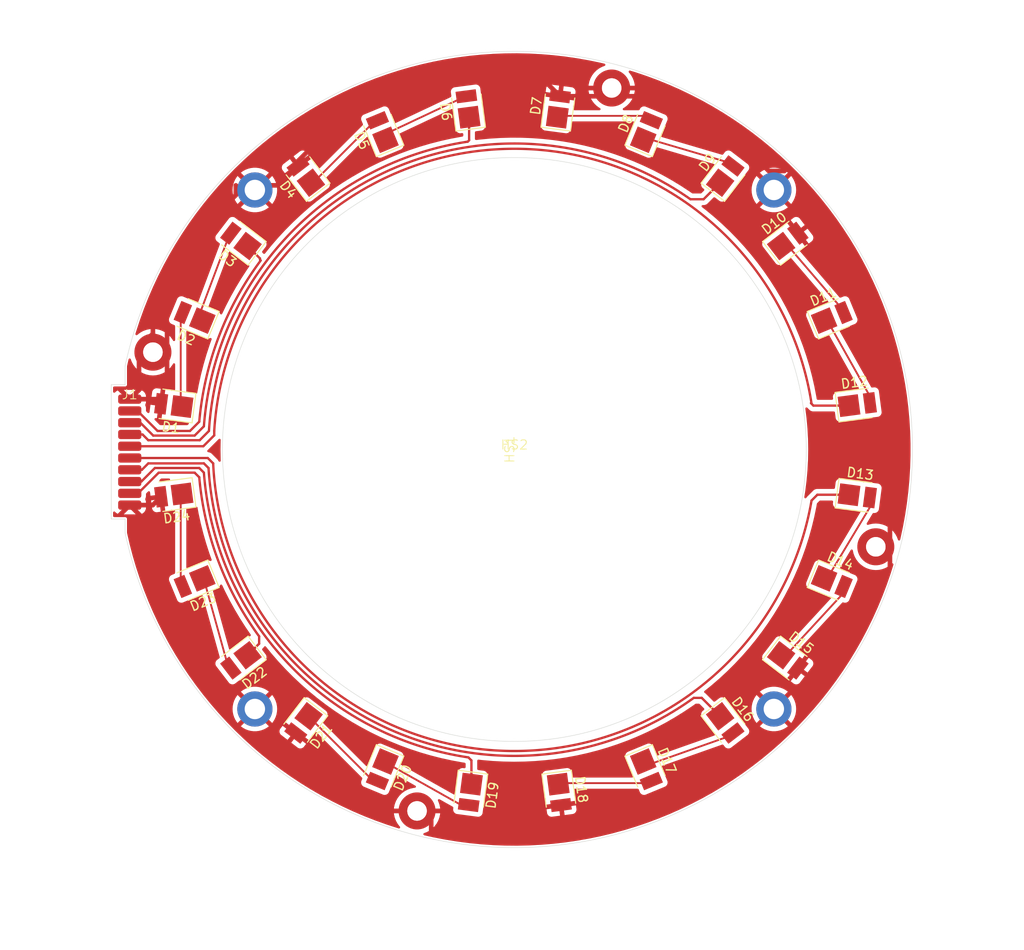
<source format=kicad_pcb>
(kicad_pcb (version 20240108) (generator "pcbnew") (generator_version "8.0")
  (layers (0 "F.Cu" signal) (31 "B.Cu" signal) (34 "B.Paste" user) (35 "F.Paste" user) (36 "B.SilkS" user "B.Silkscreen") (37 "F.SilkS" user "F.Silkscreen") (38 "B.Mask" user) (39 "F.Mask" user) (44 "Edge.Cuts" user))
  (net 0 "")
  (net 1 "/l1")
  (net 2 "/l2")
  (net 3 "+12V")
  (net 4 "/l3")
  (net 5 "/l4")
  (net 6 "/l5")
  (net 7 "/l6")
  (net 8 "/l7")
  (net 9 "/l8")
  (net 10 "Net-(D2-K)")
  (net 11 "Net-(D4-K)")
  (net 12 "Net-(D5-K)")
  (net 13 "Net-(D7-K)")
  (net 14 "Net-(D8-K)")
  (net 15 "Net-(D10-K)")
  (net 16 "Net-(D11-K)")
  (net 17 "Net-(D1-K)")
  (net 18 "Net-(D13-A)")
  (net 19 "Net-(D14-A)")
  (net 20 "Net-(D16-A)")
  (net 21 "Net-(D17-A)")
  (net 22 "Net-(D19-A)")
  (net 23 "Net-(D20-A)")
  (net 24 "Net-(D22-A)")
  (net 25 "Net-(D23-A)")
  (footprint "LED_SMD:LED_PLCC_2835" (layer "F.Cu") (at 184.25 114.25 -22.5)
    (property "Reference" "D14" (at -0.000001 -2.4 157.5) (layer "F.SilkS"))
    (property "Value" "LED")
    (fp_line (start -2.2 -1.6) (end -2.199999 1.6) (stroke (width 0.12)) (layer "F.SilkS"))
    (fp_line (start 1.4 1.6) (end -2.199999 1.6) (stroke (width 0.12)) (layer "F.SilkS"))
    (fp_line (start 1.4 -1.6) (end -2.2 -1.6) (stroke (width 0.12)) (layer "F.SilkS"))
    (pad "1" smd rect (at -0.9 0 337.5) (size 2.2 2.2) (layers "F.Cu" "F.Paste" "F.Mask") (net 18 "Net-(D13-A)"))
    (pad "2" smd rect (at 1.375 0 337.5) (size 1.25 2.2) (layers "F.Cu" "F.Paste" "F.Mask") (net 19 "Net-(D14-A)"))
  )
  (footprint "Mounting_Wuerth:Mounting_Wuerth_WA-SMSI-M1.6_H1.5mm_9774015633" (layer "F.Cu") (at 111 89.5)
    (property "Reference" "H4" (hide yes))
    (property "Value" "MountingHole")
    (pad "" np_thru_hole circle (at 0 0) (size 2.1 2.1) (drill 2.1) (layers "*.Cu" "*.Mask"))
    (pad "1" smd circle (at -1.525 0) (size 0.55 0.55) (layers "F.Cu") (net 3 "+12V"))
    (pad "1" smd circle (at 0 -1.525) (size 0.55 0.55) (layers "F.Cu") (net 3 "+12V"))
    (pad "1" smd circle (at 0 1.525) (size 0.55 0.55) (layers "F.Cu") (net 3 "+12V"))
    (pad "1" smd custom (at 1.525 0) (size 0.55 0.55) (layers "F.Cu" "F.Mask") (net 3 "+12V") (options (clearance outline) (anchor circle)) (primitives (gr_circle (center -1.525 0) (end 0 0) (width 0.95) (fill no))))
  )
  (footprint "LED_SMD:LED_PLCC_2835" (layer "F.Cu") (at 154.85031 137 -82.5)
    (property "Reference" "D18" (at -0.000001 -2.4 97.5) (layer "F.SilkS"))
    (property "Value" "LED")
    (fp_line (start 1.4 1.6) (end -2.2 1.6) (stroke (width 0.12)) (layer "F.SilkS"))
    (fp_line (start -2.2 -1.6) (end -2.2 1.6) (stroke (width 0.12)) (layer "F.SilkS"))
    (fp_line (start 1.4 -1.6) (end -2.2 -1.6) (stroke (width 0.12)) (layer "F.SilkS"))
    (pad "1" smd rect (at -0.9 0 277.5) (size 2.2 2.2) (layers "F.Cu" "F.Paste" "F.Mask") (net 21 "Net-(D17-A)"))
    (pad "2" smd rect (at 1.375 0 277.5) (size 1.25 2.2) (layers "F.Cu" "F.Paste" "F.Mask") (net 3 "+12V"))
  )
  (footprint "lens:filter" (layer "F.Cu") (at 150 100)
    (property "Reference" "HS2" (at 0 -0.5 0) (layer "F.SilkS") (effects (font (thickness 0.1))))
    (property "Value" "Heatsink")
  )
  (footprint "MountingHole:MountingHole_2.2mm_M2_ISO14580_Pad" (layer "F.Cu") (at 122 72)
    (property "Reference" "H5" (hide yes))
    (property "Value" "MountingHole_Pad")
    (pad "1" thru_hole circle (at 0 0) (size 3.8 3.8) (drill 2.2) (layers "*.Cu" "*.Mask") (net 3 "+12V"))
  )
  (footprint "LED_SMD:LED_PLCC_2835" (layer "F.Cu") (at 172.75 129.5 -52.5)
    (property "Reference" "D16" (at 0 -2.4 127.5) (layer "F.SilkS"))
    (property "Value" "LED")
    (fp_line (start 1.4 1.6) (end -2.2 1.6) (stroke (width 0.12)) (layer "F.SilkS"))
    (fp_line (start -2.2 -1.6) (end -2.2 1.6) (stroke (width 0.12)) (layer "F.SilkS"))
    (fp_line (start 1.399999 -1.6) (end -2.2 -1.6) (stroke (width 0.12)) (layer "F.SilkS"))
    (pad "1" smd rect (at -0.9 0 307.5) (size 2.2 2.2) (layers "F.Cu" "F.Paste" "F.Mask") (net 7 "/l6"))
    (pad "2" smd rect (at 1.375 0 307.5) (size 1.25 2.2) (layers "F.Cu" "F.Paste" "F.Mask") (net 20 "Net-(D16-A)"))
  )
  (footprint "MountingHole:MountingHole_2.2mm_M2_ISO14580_Pad" (layer "F.Cu") (at 122 128)
    (property "Reference" "H7" (hide yes))
    (property "Value" "MountingHole_Pad")
    (pad "1" thru_hole circle (at 0 0) (size 3.8 3.8) (drill 2.2) (layers "*.Cu" "*.Mask") (net 3 "+12V"))
  )
  (footprint "Mounting_Wuerth:Mounting_Wuerth_WA-SMSI-M1.6_H1.5mm_9774015633" (layer "F.Cu") (at 139.5 139)
    (property "Reference" "H3" (hide yes))
    (property "Value" "MountingHole")
    (pad "" np_thru_hole circle (at 0 0) (size 2.1 2.1) (drill 2.1) (layers "*.Cu" "*.Mask"))
    (pad "1" smd circle (at -1.525 0) (size 0.55 0.55) (layers "F.Cu") (net 3 "+12V"))
    (pad "1" smd circle (at 0 -1.525) (size 0.55 0.55) (layers "F.Cu") (net 3 "+12V"))
    (pad "1" smd circle (at 0 1.525) (size 0.55 0.55) (layers "F.Cu") (net 3 "+12V"))
    (pad "1" smd custom (at 1.525 0) (size 0.55 0.55) (layers "F.Cu" "F.Mask") (net 3 "+12V") (options (clearance outline) (anchor circle)) (primitives (gr_circle (center -1.525 0) (end 0 0) (width 0.95) (fill no))))
  )
  (footprint "Mounting_Wuerth:Mounting_Wuerth_WA-SMSI-M1.6_H1.5mm_9774015633" (layer "F.Cu") (at 189 110.5)
    (property "Reference" "H1" (hide yes))
    (property "Value" "MountingHole")
    (pad "" np_thru_hole circle (at 0 0) (size 2.1 2.1) (drill 2.1) (layers "*.Cu" "*.Mask"))
    (pad "1" smd circle (at -1.525 0) (size 0.55 0.55) (layers "F.Cu") (net 3 "+12V"))
    (pad "1" smd circle (at 0 -1.525) (size 0.55 0.55) (layers "F.Cu") (net 3 "+12V"))
    (pad "1" smd circle (at 0 1.525) (size 0.55 0.55) (layers "F.Cu") (net 3 "+12V"))
    (pad "1" smd custom (at 1.525 0) (size 0.55 0.55) (layers "F.Cu" "F.Mask") (net 3 "+12V") (options (clearance outline) (anchor circle)) (primitives (gr_circle (center -1.525 0) (end 0 0) (width 0.95) (fill no))))
  )
  (footprint "MountingHole:MountingHole_2.2mm_M2_ISO14580_Pad" (layer "F.Cu") (at 178 128)
    (property "Reference" "H8" (hide yes))
    (property "Value" "MountingHole_Pad")
    (pad "1" thru_hole circle (at 0 0) (size 3.8 3.8) (drill 2.2) (layers "*.Cu" "*.Mask") (net 3 "+12V"))
  )
  (footprint "LED_SMD:LED_PLCC_2835" (layer "F.Cu") (at 145.25 137 -97.5)
    (property "Reference" "D19" (at 0 -2.4 82.5) (layer "F.SilkS"))
    (property "Value" "LED")
    (fp_line (start 1.4 1.6) (end -2.2 1.6) (stroke (width 0.12)) (layer "F.SilkS"))
    (fp_line (start 1.4 -1.6) (end -2.2 -1.6) (stroke (width 0.12)) (layer "F.SilkS"))
    (fp_line (start -2.2 -1.6) (end -2.2 1.6) (stroke (width 0.12)) (layer "F.SilkS"))
    (pad "1" smd rect (at -0.9 0 262.5) (size 2.2 2.2) (layers "F.Cu" "F.Paste" "F.Mask") (net 8 "/l7"))
    (pad "2" smd rect (at 1.375 0 262.5) (size 1.25 2.2) (layers "F.Cu" "F.Paste" "F.Mask") (net 22 "Net-(D19-A)"))
  )
  (footprint "LED_SMD:LED_PLCC_2835" (layer "F.Cu") (at 187 95.14969 7.5)
    (property "Reference" "D12" (at -0.000001 -2.4 7.5) (layer "F.SilkS"))
    (property "Value" "LED")
    (fp_line (start -2.2 -1.6) (end -2.2 1.6) (stroke (width 0.12)) (layer "F.SilkS"))
    (fp_line (start 1.4 -1.6) (end -2.2 -1.6) (stroke (width 0.12)) (layer "F.SilkS"))
    (fp_line (start 1.4 1.6) (end -2.2 1.6) (stroke (width 0.12)) (layer "F.SilkS"))
    (pad "1" smd rect (at -0.9 0 7.5) (size 2.2 2.2) (layers "F.Cu" "F.Paste" "F.Mask") (net 5 "/l4"))
    (pad "2" smd rect (at 1.375 0 7.5) (size 1.25 2.2) (layers "F.Cu" "F.Paste" "F.Mask") (net 16 "Net-(D11-K)"))
  )
  (footprint "LED_SMD:LED_PLCC_2835" (layer "F.Cu") (at 154.75 63.25 82.5)
    (property "Reference" "D7" (at 0 -2.4 82.5) (layer "F.SilkS"))
    (property "Value" "LED")
    (fp_line (start -2.2 -1.6) (end -2.2 1.6) (stroke (width 0.12)) (layer "F.SilkS"))
    (fp_line (start 1.4 -1.6) (end -2.2 -1.6) (stroke (width 0.12)) (layer "F.SilkS"))
    (fp_line (start 1.4 1.6) (end -2.2 1.6) (stroke (width 0.12)) (layer "F.SilkS"))
    (pad "1" smd rect (at -0.9 0 82.5) (size 2.2 2.2) (layers "F.Cu" "F.Paste" "F.Mask") (net 13 "Net-(D7-K)"))
    (pad "2" smd rect (at 1.375 0 82.5) (size 1.25 2.2) (layers "F.Cu" "F.Paste" "F.Mask") (net 3 "+12V"))
  )
  (footprint "LED_SMD:LED_PLCC_2835" (layer "F.Cu") (at 164.25 65.75 67.5)
    (property "Reference" "D8" (at 0 -2.4 67.5) (layer "F.SilkS"))
    (property "Value" "LED")
    (fp_line (start -2.2 -1.6) (end -2.199999 1.6) (stroke (width 0.12)) (layer "F.SilkS"))
    (fp_line (start 1.4 -1.6) (end -2.2 -1.6) (stroke (width 0.12)) (layer "F.SilkS"))
    (fp_line (start 1.4 1.6) (end -2.199999 1.6) (stroke (width 0.12)) (layer "F.SilkS"))
    (pad "1" smd rect (at -0.9 0 67.5) (size 2.2 2.2) (layers "F.Cu" "F.Paste" "F.Mask") (net 14 "Net-(D8-K)"))
    (pad "2" smd rect (at 1.375 0 67.5) (size 1.25 2.2) (layers "F.Cu" "F.Paste" "F.Mask") (net 13 "Net-(D7-K)"))
  )
  (footprint "LED_SMD:LED_PLCC_2835" (layer "F.Cu") (at 120.5 122.75 -142.5)
    (property "Reference" "D22" (at 0 -2.4 37.5) (layer "F.SilkS"))
    (property "Value" "LED")
    (fp_line (start 1.4 1.6) (end -2.2 1.6) (stroke (width 0.12)) (layer "F.SilkS"))
    (fp_line (start 1.399999 -1.6) (end -2.2 -1.6) (stroke (width 0.12)) (layer "F.SilkS"))
    (fp_line (start -2.2 -1.6) (end -2.2 1.6) (stroke (width 0.12)) (layer "F.SilkS"))
    (pad "1" smd rect (at -0.9 0 217.5) (size 2.2 2.2) (layers "F.Cu" "F.Paste" "F.Mask") (net 9 "/l8"))
    (pad "2" smd rect (at 1.375 0 217.5) (size 1.25 2.2) (layers "F.Cu" "F.Paste" "F.Mask") (net 24 "Net-(D22-A)"))
  )
  (footprint "MountingHole:MountingHole_2.2mm_M2_ISO14580_Pad" (layer "F.Cu") (at 178 72)
    (property "Reference" "H6" (hide yes))
    (property "Value" "MountingHole_Pad")
    (pad "1" thru_hole circle (at 0 0) (size 3.8 3.8) (drill 2.2) (layers "*.Cu" "*.Mask") (net 3 "+12V"))
  )
  (footprint "LED_SMD:LED_PLCC_2835" (layer "F.Cu") (at 135.75 134.5 -112.5)
    (property "Reference" "D20" (at 0 -2.4 67.5) (layer "F.SilkS"))
    (property "Value" "LED")
    (fp_line (start 1.4 1.6) (end -2.199999 1.6) (stroke (width 0.12)) (layer "F.SilkS"))
    (fp_line (start 1.4 -1.6) (end -2.2 -1.6) (stroke (width 0.12)) (layer "F.SilkS"))
    (fp_line (start -2.2 -1.6) (end -2.199999 1.6) (stroke (width 0.12)) (layer "F.SilkS"))
    (pad "1" smd rect (at -0.9 0 247.5) (size 2.2 2.2) (layers "F.Cu" "F.Paste" "F.Mask") (net 22 "Net-(D19-A)"))
    (pad "2" smd rect (at 1.375 0 247.5) (size 1.25 2.2) (layers "F.Cu" "F.Paste" "F.Mask") (net 23 "Net-(D20-A)"))
  )
  (footprint "LED_SMD:LED_PLCC_2835" (layer "F.Cu") (at 127.25 129.5 -127.5)
    (property "Reference" "D21" (at 0 -2.4 52.5) (layer "F.SilkS"))
    (property "Value" "LED")
    (fp_line (start 1.399999 1.6) (end -2.2 1.6) (stroke (width 0.12)) (layer "F.SilkS"))
    (fp_line (start 1.4 -1.6) (end -2.2 -1.6) (stroke (width 0.12)) (layer "F.SilkS"))
    (fp_line (start -2.2 -1.6) (end -2.2 1.6) (stroke (width 0.12)) (layer "F.SilkS"))
    (pad "1" smd rect (at -0.9 0 232.5) (size 2.2 2.2) (layers "F.Cu" "F.Paste" "F.Mask") (net 23 "Net-(D20-A)"))
    (pad "2" smd rect (at 1.375 0 232.5) (size 1.25 2.2) (layers "F.Cu" "F.Paste" "F.Mask") (net 3 "+12V"))
  )
  (footprint "lens:lens" (layer "F.Cu") (at 150 100 90)
    (property "Reference" "HS1" (at 0 -0.5 90) (layer "F.SilkS") (effects (font (thickness 0.1))))
    (property "Value" "Heatsink_Pad")
  )
  (footprint "flatwiresolder:conn_01x10" (layer "F.Cu") (at 108.5 94.57)
    (property "Reference" "J1" (at 0 -0.5 0) (layer "F.SilkS") (effects (font (thickness 0.1))))
    (property "Value" "Conn_01x10_Socket")
    (pad "1" smd roundrect (at 0 0) (size 2.5 1) (layers "F.Cu" "F.Paste" "F.Mask") (net 3 "+12V"))
    (pad "2" smd roundrect (at 0 1.27) (size 2.5 1) (layers "F.Cu" "F.Paste" "F.Mask") (net 1 "/l1"))
    (pad "3" smd roundrect (at 0 2.54) (size 2.5 1) (layers "F.Cu" "F.Paste" "F.Mask") (net 2 "/l2"))
    (pad "4" smd roundrect (at 0 3.81) (size 2.5 1) (layers "F.Cu" "F.Paste" "F.Mask") (net 4 "/l3"))
    (pad "5" smd roundrect (at 0 5.08) (size 2.5 1) (layers "F.Cu" "F.Paste" "F.Mask") (net 5 "/l4"))
    (pad "6" smd roundrect (at 0 6.35) (size 2.5 1) (layers "F.Cu" "F.Paste" "F.Mask") (net 6 "/l5"))
    (pad "7" smd roundrect (at 0 7.62) (size 2.5 1) (layers "F.Cu" "F.Paste" "F.Mask") (net 7 "/l6"))
    (pad "8" smd roundrect (at 0 8.89) (size 2.5 1) (layers "F.Cu" "F.Paste" "F.Mask") (net 8 "/l7"))
    (pad "9" smd roundrect (at 0 10.16) (size 2.5 1) (layers "F.Cu" "F.Paste" "F.Mask") (net 9 "/l8"))
    (pad "10" smd roundrect (at 0 11.43) (size 2.5 1) (layers "F.Cu" "F.Paste" "F.Mask") (net 3 "+12V"))
  )
  (footprint "Mounting_Wuerth:Mounting_Wuerth_WA-SMSI-M1.6_H1.5mm_9774015633" (layer "F.Cu") (at 160.5 61)
    (property "Reference" "H2" (hide yes))
    (property "Value" "MountingHole")
    (pad "" np_thru_hole circle (at 0 0) (size 2.1 2.1) (drill 2.1) (layers "*.Cu" "*.Mask"))
    (pad "1" smd circle (at -1.525 0) (size 0.55 0.55) (layers "F.Cu") (net 3 "+12V"))
    (pad "1" smd circle (at 0 -1.525) (size 0.55 0.55) (layers "F.Cu") (net 3 "+12V"))
    (pad "1" smd circle (at 0 1.525) (size 0.55 0.55) (layers "F.Cu") (net 3 "+12V"))
    (pad "1" smd custom (at 1.525 0) (size 0.55 0.55) (layers "F.Cu" "F.Mask") (net 3 "+12V") (options (clearance outline) (anchor circle)) (primitives (gr_circle (center -1.525 0) (end 0 0) (width 0.95) (fill no))))
  )
  (footprint "LED_SMD:LED_PLCC_2835" (layer "F.Cu") (at 135.75 65.75 112.5)
    (property "Reference" "D5" (at 0 -2.4 112.5) (layer "F.SilkS"))
    (property "Value" "LED")
    (fp_line (start 1.4 -1.6) (end -2.199999 -1.6) (stroke (width 0.12)) (layer "F.SilkS"))
    (fp_line (start -2.199999 -1.6) (end -2.2 1.6) (stroke (width 0.12)) (layer "F.SilkS"))
    (fp_line (start 1.4 1.6) (end -2.2 1.6) (stroke (width 0.12)) (layer "F.SilkS"))
    (pad "1" smd rect (at -0.9 0 112.5) (size 2.2 2.2) (layers "F.Cu" "F.Paste" "F.Mask") (net 12 "Net-(D5-K)"))
    (pad "2" smd rect (at 1.375 0 112.5) (size 1.25 2.2) (layers "F.Cu" "F.Paste" "F.Mask") (net 11 "Net-(D4-K)"))
  )
  (footprint "LED_SMD:LED_PLCC_2835" (layer "F.Cu") (at 113.25 104.915573 -172.5)
    (property "Reference" "D24" (at -0.000001 -2.4 7.5) (layer "F.SilkS"))
    (property "Value" "LED")
    (fp_line (start 1.4 1.6) (end -2.2 1.6) (stroke (width 0.12)) (layer "F.SilkS"))
    (fp_line (start 1.4 -1.6) (end -2.2 -1.6) (stroke (width 0.12)) (layer "F.SilkS"))
    (fp_line (start -2.2 -1.6) (end -2.2 1.6) (stroke (width 0.12)) (layer "F.SilkS"))
    (pad "1" smd rect (at -0.9 0 187.5) (size 2.2 2.2) (layers "F.Cu" "F.Paste" "F.Mask") (net 25 "Net-(D23-A)"))
    (pad "2" smd rect (at 1.375 0 187.5) (size 1.25 2.2) (layers "F.Cu" "F.Paste" "F.Mask") (net 3 "+12V"))
  )
  (footprint "LED_SMD:LED_PLCC_2835" (layer "F.Cu") (at 172.75 70.5 52.5)
    (property "Reference" "D9" (at 0 -2.4 52.5) (layer "F.SilkS"))
    (property "Value" "LED")
    (fp_line (start -2.2 -1.6) (end -2.2 1.6) (stroke (width 0.12)) (layer "F.SilkS"))
    (fp_line (start 1.4 -1.6) (end -2.2 -1.6) (stroke (width 0.12)) (layer "F.SilkS"))
    (fp_line (start 1.399999 1.6) (end -2.2 1.6) (stroke (width 0.12)) (layer "F.SilkS"))
    (pad "1" smd rect (at -0.9 0 52.5) (size 2.2 2.2) (layers "F.Cu" "F.Paste" "F.Mask") (net 4 "/l3"))
    (pad "2" smd rect (at 1.375 0 52.5) (size 1.25 2.2) (layers "F.Cu" "F.Paste" "F.Mask") (net 14 "Net-(D8-K)"))
  )
  (footprint "LED_SMD:LED_PLCC_2835" (layer "F.Cu") (at 179.5 77.5 37.5)
    (property "Reference" "D10" (at 0 -2.4 37.5) (layer "F.SilkS"))
    (property "Value" "LED")
    (fp_line (start -2.2 -1.6) (end -2.2 1.6) (stroke (width 0.12)) (layer "F.SilkS"))
    (fp_line (start 1.399999 -1.6) (end -2.2 -1.6) (stroke (width 0.12)) (layer "F.SilkS"))
    (fp_line (start 1.4 1.6) (end -2.2 1.6) (stroke (width 0.12)) (layer "F.SilkS"))
    (pad "1" smd rect (at -0.9 0 37.5) (size 2.2 2.2) (layers "F.Cu" "F.Paste" "F.Mask") (net 15 "Net-(D10-K)"))
    (pad "2" smd rect (at 1.375 0 37.5) (size 1.25 2.2) (layers "F.Cu" "F.Paste" "F.Mask") (net 3 "+12V"))
  )
  (footprint "LED_SMD:LED_PLCC_2835" (layer "F.Cu") (at 164.25 134.5 -67.5)
    (property "Reference" "D17" (at 0 -2.4 112.5) (layer "F.SilkS"))
    (property "Value" "LED")
    (fp_line (start 1.4 1.6) (end -2.2 1.6) (stroke (width 0.12)) (layer "F.SilkS"))
    (fp_line (start -2.199999 -1.6) (end -2.2 1.6) (stroke (width 0.12)) (layer "F.SilkS"))
    (fp_line (start 1.4 -1.6) (end -2.199999 -1.6) (stroke (width 0.12)) (layer "F.SilkS"))
    (pad "1" smd rect (at -0.9 0 292.5) (size 2.2 2.2) (layers "F.Cu" "F.Paste" "F.Mask") (net 20 "Net-(D16-A)"))
    (pad "2" smd rect (at 1.375 0 292.5) (size 1.25 2.2) (layers "F.Cu" "F.Paste" "F.Mask") (net 21 "Net-(D17-A)"))
  )
  (footprint "LED_SMD:LED_PLCC_2835" (layer "F.Cu") (at 145 63.25 97.5)
    (property "Reference" "D6" (at -0.000001 -2.4 97.5) (layer "F.SilkS"))
    (property "Value" "LED")
    (fp_line (start 1.4 -1.6) (end -2.2 -1.6) (stroke (width 0.12)) (layer "F.SilkS"))
    (fp_line (start -2.2 -1.6) (end -2.2 1.6) (stroke (width 0.12)) (layer "F.SilkS"))
    (fp_line (start 1.4 1.6) (end -2.2 1.6) (stroke (width 0.12)) (layer "F.SilkS"))
    (pad "1" smd rect (at -0.9 0 97.5) (size 2.2 2.2) (layers "F.Cu" "F.Paste" "F.Mask") (net 2 "/l2"))
    (pad "2" smd rect (at 1.375 0 97.5) (size 1.25 2.2) (layers "F.Cu" "F.Paste" "F.Mask") (net 12 "Net-(D5-K)"))
  )
  (footprint "LED_SMD:LED_PLCC_2835" (layer "F.Cu") (at 184.25 85.75 22.5)
    (property "Reference" "D11" (at 0 -2.4 22.5) (layer "F.SilkS"))
    (property "Value" "LED")
    (fp_line (start -2.199999 -1.6) (end -2.2 1.6) (stroke (width 0.12)) (layer "F.SilkS"))
    (fp_line (start 1.4 -1.6) (end -2.199999 -1.6) (stroke (width 0.12)) (layer "F.SilkS"))
    (fp_line (start 1.4 1.6) (end -2.2 1.6) (stroke (width 0.12)) (layer "F.SilkS"))
    (pad "1" smd rect (at -0.9 0 22.5) (size 2.2 2.2) (layers "F.Cu" "F.Paste" "F.Mask") (net 16 "Net-(D11-K)"))
    (pad "2" smd rect (at 1.375 0 22.5) (size 1.25 2.2) (layers "F.Cu" "F.Paste" "F.Mask") (net 15 "Net-(D10-K)"))
  )
  (footprint "LED_SMD:LED_PLCC_2835" (layer "F.Cu") (at 179.5 122.75 -37.5)
    (property "Reference" "D15" (at 0 -2.4 142.5) (layer "F.SilkS"))
    (property "Value" "LED")
    (fp_line (start -2.2 -1.6) (end -2.2 1.6) (stroke (width 0.12)) (layer "F.SilkS"))
    (fp_line (start 1.399999 1.6) (end -2.2 1.6) (stroke (width 0.12)) (layer "F.SilkS"))
    (fp_line (start 1.4 -1.6) (end -2.2 -1.6) (stroke (width 0.12)) (layer "F.SilkS"))
    (pad "1" smd rect (at -0.9 0 322.5) (size 2.2 2.2) (layers "F.Cu" "F.Paste" "F.Mask") (net 19 "Net-(D14-A)"))
    (pad "2" smd rect (at 1.375 0 322.5) (size 1.25 2.2) (layers "F.Cu" "F.Paste" "F.Mask") (net 3 "+12V"))
  )
  (footprint "LED_SMD:LED_PLCC_2835" (layer "F.Cu") (at 127.5 70.5 127.5)
    (property "Reference" "D4" (at 0 -2.4 127.5) (layer "F.SilkS"))
    (property "Value" "LED")
    (fp_line (start 1.399999 -1.6) (end -2.2 -1.6) (stroke (width 0.12)) (layer "F.SilkS"))
    (fp_line (start -2.2 -1.6) (end -2.2 1.6) (stroke (width 0.12)) (layer "F.SilkS"))
    (fp_line (start 1.4 1.6) (end -2.2 1.6) (stroke (width 0.12)) (layer "F.SilkS"))
    (pad "1" smd rect (at -0.9 0 127.5) (size 2.2 2.2) (layers "F.Cu" "F.Paste" "F.Mask") (net 11 "Net-(D4-K)"))
    (pad "2" smd rect (at 1.375 0 127.5) (size 1.25 2.2) (layers "F.Cu" "F.Paste" "F.Mask") (net 3 "+12V"))
  )
  (footprint "LED_SMD:LED_PLCC_2835" (layer "F.Cu") (at 120.5 77.5 142.5)
    (property "Reference" "D3" (at 0 -2.4 142.5) (layer "F.SilkS"))
    (property "Value" "LED")
    (fp_line (start 1.4 -1.6) (end -2.2 -1.6) (stroke (width 0.12)) (layer "F.SilkS"))
    (fp_line (start 1.399999 1.6) (end -2.2 1.6) (stroke (width 0.12)) (layer "F.SilkS"))
    (fp_line (start -2.2 -1.6) (end -2.2 1.6) (stroke (width 0.12)) (layer "F.SilkS"))
    (pad "1" smd rect (at -0.9 0 142.5) (size 2.2 2.2) (layers "F.Cu" "F.Paste" "F.Mask") (net 1 "/l1"))
    (pad "2" smd rect (at 1.375 0 142.5) (size 1.25 2.2) (layers "F.Cu" "F.Paste" "F.Mask") (net 10 "Net-(D2-K)"))
  )
  (footprint "LED_SMD:LED_PLCC_2835" (layer "F.Cu") (at 113.25 95.25 172.5)
    (property "Reference" "D1" (at 0 -2.4 172.5) (layer "F.SilkS"))
    (property "Value" "LED")
    (fp_line (start 1.4 -1.6) (end -2.2 -1.6) (stroke (width 0.12)) (layer "F.SilkS"))
    (fp_line (start 1.4 1.6) (end -2.2 1.6) (stroke (width 0.12)) (layer "F.SilkS"))
    (fp_line (start -2.2 -1.6) (end -2.2 1.6) (stroke (width 0.12)) (layer "F.SilkS"))
    (pad "1" smd rect (at -0.9 0 172.5) (size 2.2 2.2) (layers "F.Cu" "F.Paste" "F.Mask") (net 17 "Net-(D1-K)"))
    (pad "2" smd rect (at 1.375 0 172.5) (size 1.25 2.2) (layers "F.Cu" "F.Paste" "F.Mask") (net 3 "+12V"))
  )
  (footprint "LED_SMD:LED_PLCC_2835" (layer "F.Cu") (at 187 105 -7.5)
    (property "Reference" "D13" (at 0 -2.4 172.5) (layer "F.SilkS"))
    (property "Value" "LED")
    (fp_line (start -2.2 -1.6) (end -2.2 1.6) (stroke (width 0.12)) (layer "F.SilkS"))
    (fp_line (start 1.4 1.6) (end -2.2 1.6) (stroke (width 0.12)) (layer "F.SilkS"))
    (fp_line (start 1.4 -1.6) (end -2.2 -1.6) (stroke (width 0.12)) (layer "F.SilkS"))
    (pad "1" smd rect (at -0.9 0 352.5) (size 2.2 2.2) (layers "F.Cu" "F.Paste" "F.Mask") (net 6 "/l5"))
    (pad "2" smd rect (at 1.375 0 352.5) (size 1.25 2.2) (layers "F.Cu" "F.Paste" "F.Mask") (net 18 "Net-(D13-A)"))
  )
  (footprint "LED_SMD:LED_PLCC_2835" (layer "F.Cu") (at 115.5 85.75 157.5)
    (property "Reference" "D2" (at -0.000001 -2.4 157.5) (layer "F.SilkS"))
    (property "Value" "LED")
    (fp_line (start 1.4 -1.6) (end -2.2 -1.6) (stroke (width 0.12)) (layer "F.SilkS"))
    (fp_line (start 1.4 1.6) (end -2.199999 1.6) (stroke (width 0.12)) (layer "F.SilkS"))
    (fp_line (start -2.2 -1.6) (end -2.199999 1.6) (stroke (width 0.12)) (layer "F.SilkS"))
    (pad "1" smd rect (at -0.9 0 157.5) (size 2.2 2.2) (layers "F.Cu" "F.Paste" "F.Mask") (net 10 "Net-(D2-K)"))
    (pad "2" smd rect (at 1.375 0 157.5) (size 1.25 2.2) (layers "F.Cu" "F.Paste" "F.Mask") (net 17 "Net-(D1-K)"))
  )
  (footprint "LED_SMD:LED_PLCC_2835" (layer "F.Cu") (at 115.5 114.25 -157.5)
    (property "Reference" "D23" (at 0 -2.4 22.5) (layer "F.SilkS"))
    (property "Value" "LED")
    (fp_line (start 1.4 1.6) (end -2.2 1.6) (stroke (width 0.12)) (layer "F.SilkS"))
    (fp_line (start 1.4 -1.6) (end -2.199999 -1.6) (stroke (width 0.12)) (layer "F.SilkS"))
    (fp_line (start -2.199999 -1.6) (end -2.2 1.6) (stroke (width 0.12)) (layer "F.SilkS"))
    (pad "1" smd rect (at -0.9 0 202.5) (size 2.2 2.2) (layers "F.Cu" "F.Paste" "F.Mask") (net 24 "Net-(D22-A)"))
    (pad "2" smd rect (at 1.375 0 202.5) (size 1.25 2.2) (layers "F.Cu" "F.Paste" "F.Mask") (net 25 "Net-(D23-A)"))
  )
  (gr_arc (start 169.356639 126.801499) (mid 135.84677 129.877851) (end 117.000001 102) (stroke (width 0.25)) (layer "F.Cu") (net 7))
  (gr_arc (start 145.041026 133.22512) (mid 125.387373 122.86304) (end 116.5 102.5) (stroke (width 0.25)) (layer "F.Cu") (net 8))
  (gr_line (start 173 131) (end 164.5 134) (stroke (width 0.2)) (layer "F.Cu") (net 20))
  (gr_line (start 155 64) (end 164.5 64) (stroke (width 0.2)) (layer "F.Cu") (net 13))
  (gr_line (start 185.5 115.5) (end 179.5 122) (stroke (width 0.2)) (layer "F.Cu") (net 19))
  (gr_line (start 179.5 78) (end 185.5 85) (stroke (width 0.2)) (layer "F.Cu") (net 15))
  (gr_line (start 184 86.5) (end 188.5 94.5) (stroke (width 0.2)) (layer "F.Cu") (net 16))
  (gr_line (start 144.5 138.5) (end 136.5 134) (stroke (width 0.2)) (layer "F.Cu") (net 22))
  (gr_arc (start 116.000001 97) (mid 118.107835 87.839006) (end 122.634733 79.600439) (stroke (width 0.25)) (layer "F.Cu") (net 1))
  (gr_arc (start 116.5 97.5) (mid 125.362108 77.164188) (end 144.967565 66.785928) (stroke (width 0.25)) (layer "F.Cu") (net 2))
  (gr_line (start 134.5 135.5) (end 128 129) (stroke (width 0.2)) (layer "F.Cu") (net 23))
  (gr_line (start 136 66) (end 144.5 62) (stroke (width 0.2)) (layer "F.Cu") (net 12))
  (gr_arc (start 117.615561 98) (mid 148.48666 67.589172) (end 182.057173 94.991067) (stroke (width 0.25)) (layer "F.Cu") (net 5))
  (gr_line (start 116 85.5) (end 119 77.5) (stroke (width 0.2)) (layer "F.Cu") (net 10))
  (gr_line (start 188.5 106) (end 184 113.5) (stroke (width 0.2)) (layer "F.Cu") (net 18))
  (gr_line (start 164.5 66.5) (end 173 69) (stroke (width 0.2)) (layer "F.Cu") (net 14))
  (gr_line (start 119 123) (end 116.5 114) (stroke (width 0.2)) (layer "F.Cu") (net 24))
  (gr_line (start 114 114.5) (end 114 105) (stroke (width 0.2)) (layer "F.Cu") (net 25))
  (gr_line (start 164 136) (end 155.5 136) (stroke (width 0.2)) (layer "F.Cu") (net 21))
  (gr_line (start 128.5 71) (end 135 64.5) (stroke (width 0.2)) (layer "F.Cu") (net 11))
  (gr_line (start 114 95.5) (end 114 85.5) (stroke (width 0.2)) (layer "F.Cu") (net 17))
  (gr_arc (start 117.04532 98) (mid 135.684474 70.249762) (end 169.000097 72.999866) (stroke (width 0.25)) (layer "F.Cu") (net 4))
  (gr_arc (start 122.460082 120.163155) (mid 118.055769 112.023564) (end 116 103) (stroke (width 0.25)) (layer "F.Cu") (net 9))
  (gr_arc (start 182.064434 105.511075) (mid 147.982673 132.471992) (end 117.500002 101.5) (stroke (width 0.25)) (layer "F.Cu") (net 6))
  (gr_line (start 106.5 107.5) (end 108 107.5) (stroke (width 0.05)) (layer "Edge.Cuts"))
  (gr_arc (start 108.000001 91) (mid 192.953462 100.000001) (end 108.000001 108.999998) (stroke (width 0.05)) (layer "Edge.Cuts"))
  (gr_line (start 108 93) (end 106.5 93) (stroke (width 0.05)) (layer "Edge.Cuts"))
  (gr_line (start 108 107.5) (end 108.000001 108.999998) (stroke (width 0.05)) (layer "Edge.Cuts"))
  (gr_line (start 106.5 107.5) (end 106.5 93) (stroke (width 0.05)) (layer "Edge.Cuts"))
  (gr_circle (center 150 100) (end 181.5 100) (stroke (width 0.05)) (fill none) (layer "Edge.Cuts"))
  (gr_line (start 108.000001 91) (end 108 93) (stroke (width 0.05)) (layer "Edge.Cuts"))
  (segment (start 115.000001 98) (end 116.000001 97) (width 0.25) (layer "F.Cu") (net 1))
  (segment (start 109.34 95.84) (end 111.5 98) (width 0.25) (layer "F.Cu") (net 1))
  (segment (start 121.214018 78.047885) (end 122.552642 79.386509) (width 0.25) (layer "F.Cu") (net 1))
  (segment (start 122.552642 79.386509) (end 122.552642 79.539243) (width 0.25) (layer "F.Cu") (net 1))
  (segment (start 108.5 95.84) (end 109.34 95.84) (width 0.25) (layer "F.Cu") (net 1))
  (segment (start 111.5 98) (end 115.000001 98) (width 0.25) (layer "F.Cu") (net 1))
  (segment (start 145.117474 66.636019) (end 144.967565 66.785928) (width 0.25) (layer "F.Cu") (net 2))
  (segment (start 111.034099 98.5) (end 115.5 98.5) (width 0.25) (layer "F.Cu") (net 2))
  (segment (start 115.5 98.5) (end 116.5 97.5) (width 0.25) (layer "F.Cu") (net 2))
  (segment (start 145.117474 64.1423) (end 145.117474 66.636019) (width 0.25) (layer "F.Cu") (net 2))
  (segment (start 108.5 97.11) (end 109.644099 97.11) (width 0.25) (layer "F.Cu") (net 2))
  (segment (start 109.644099 97.11) (end 111.034099 98.5) (width 0.25) (layer "F.Cu") (net 2))
  (segment (start 110.98181 106) (end 111.886763 105.095047) (width 0.5) (layer "F.Cu") (net 3))
  (segment (start 114 78.5) (end 119.95 72.55) (width 0.5) (layer "F.Cu") (net 3))
  (segment (start 109.5 89) (end 111 87.5) (width 0.5) (layer "F.Cu") (net 3))
  (segment (start 168.5 64) (end 170.5 64) (width 0.5) (layer "F.Cu") (net 3))
  (segment (start 154.929474 61.886763) (end 152.042711 59) (width 0.5) (layer "F.Cu") (net 3))
  (segment (start 170.5 64) (end 175 68.5) (width 0.5) (layer "F.Cu") (net 3))
  (segment (start 112 84.5) (end 112 82.5) (width 0.5) (layer "F.Cu") (net 3))
  (segment (start 177.45 69.95) (end 179.142031 69.95) (width 0.5) (layer "F.Cu") (net 3))
  (segment (start 112 82.5) (end 114 80.5) (width 0.5) (layer "F.Cu") (net 3))
  (segment (start 154.929474 61.886763) (end 166.386763 61.886763) (width 0.5) (layer "F.Cu") (net 3))
  (segment (start 114 80.5) (end 114 78.5) (width 0.5) (layer "F.Cu") (net 3))
  (segment (start 176 68.5) (end 177.45 69.95) (width 0.5) (layer "F.Cu") (net 3))
  (segment (start 137 61.5) (end 134.032307 61.5) (width 0.5) (layer "F.Cu") (net 3))
  (segment (start 142.5 60) (end 138.5 60) (width 0.5) (layer "F.Cu") (net 3))
  (segment (start 111 85.5) (end 112 84.5) (width 0.5) (layer "F.Cu") (net 3))
  (segment (start 108.5 94.57) (end 111.386237 94.57) (width 0.5) (layer "F.Cu") (net 3))
  (segment (start 166.386763 61.886763) (end 168.5 64) (width 0.5) (layer "F.Cu") (net 3))
  (segment (start 119.95 72.55) (end 119.95 71.5) (width 0.5) (layer "F.Cu") (net 3))
  (segment (start 108.5 106) (end 110.98181 106) (width 0.5) (layer "F.Cu") (net 3))
  (segment (start 111 87.5) (end 111 85.5) (width 0.5) (layer "F.Cu") (net 3))
  (segment (start 175 68.5) (end 176 68.5) (width 0.5) (layer "F.Cu") (net 3))
  (segment (start 143.5 59) (end 142.5 60) (width 0.5) (layer "F.Cu") (net 3))
  (segment (start 126.662953 69.409139) (end 124.572092 71.5) (width 0.5) (layer "F.Cu") (net 3))
  (segment (start 126.662953 68.869354) (end 126.662953 69.409139) (width 0.5) (layer "F.Cu") (net 3))
  (segment (start 138.5 60) (end 137 61.5) (width 0.5) (layer "F.Cu") (net 3))
  (segment (start 134.032307 61.5) (end 126.662953 68.869354) (width 0.5) (layer "F.Cu") (net 3))
  (segment (start 124.572092 71.5) (end 123.05 71.5) (width 0.5) (layer "F.Cu") (net 3))
  (segment (start 108.5 94.57) (end 109.5 93.57) (width 0.5) (layer "F.Cu") (net 3))
  (segment (start 152.042711 59) (end 143.5 59) (width 0.5) (layer "F.Cu") (net 3))
  (segment (start 109.5 93.57) (end 109.5 89) (width 0.5) (layer "F.Cu") (net 3))
  (segment (start 111.386237 94.57) (end 111.886763 95.070526) (width 0.5) (layer "F.Cu") (net 3))
  (segment (start 108.5 98.38) (end 109.88 98.38) (width 0.25) (layer "F.Cu") (net 4))
  (segment (start 109.88 98.38) (end 110.5 99) (width 0.25) (layer "F.Cu") (net 4))
  (segment (start 116.04532 99) (end 117.04532 98) (width 0.25) (layer "F.Cu") (net 4))
  (segment (start 110.5 99) (end 116.04532 99) (width 0.25) (layer "F.Cu") (net 4))
  (segment (start 172.202115 71.214018) (end 170.416132 73.000001) (width 0.25) (layer "F.Cu") (net 4))
  (segment (start 170.416132 73.000001) (end 169 73.000001) (width 0.25) (layer "F.Cu") (net 4))
  (segment (start 116.440858 99.65) (end 117.615561 98.475297) (width 0.25) (layer "F.Cu") (net 5))
  (segment (start 182.267164 95.267164) (end 186.1077 95.267164) (width 0.25) (layer "F.Cu") (net 5))
  (segment (start 182 95) (end 182.267164 95.267164) (width 0.25) (layer "F.Cu") (net 5))
  (segment (start 108.5 99.65) (end 116.440858 99.65) (width 0.25) (layer "F.Cu") (net 5))
  (segment (start 117.615561 98.475297) (end 117.615561 98) (width 0.25) (layer "F.Cu") (net 5))
  (segment (start 116.920001 100.92) (end 117.500001 101.5) (width 0.25) (layer "F.Cu") (net 6))
  (segment (start 108.5 100.92) (end 116.920001 100.92) (width 0.25) (layer "F.Cu") (net 6))
  (segment (start 182.692984 104.882526) (end 182.064435 105.511075) (width 0.25) (layer "F.Cu") (net 6))
  (segment (start 186.1077 104.882526) (end 182.692984 104.882526) (width 0.25) (layer "F.Cu") (net 6))
  (segment (start 172.202115 128.785982) (end 170.217632 126.801499) (width 0.25) (layer "F.Cu") (net 7))
  (segment (start 110.5 101.5) (end 116.500001 101.5) (width 0.25) (layer "F.Cu") (net 7))
  (segment (start 108.5 102.19) (end 109.81 102.19) (width 0.25) (layer "F.Cu") (net 7))
  (segment (start 170.217632 126.801499) (end 169.356639 126.801499) (width 0.25) (layer "F.Cu") (net 7))
  (segment (start 109.81 102.19) (end 110.5 101.5) (width 0.25) (layer "F.Cu") (net 7))
  (segment (start 116.500001 101.5) (end 117.000001 102) (width 0.25) (layer "F.Cu") (net 7))
  (segment (start 111.21 102) (end 116 102) (width 0.25) (layer "F.Cu") (net 8))
  (segment (start 109.75 103.46) (end 111.21 102) (width 0.25) (layer "F.Cu") (net 8))
  (segment (start 145.367474 133.551568) (end 145.041026 133.22512) (width 0.25) (layer "F.Cu") (net 8))
  (segment (start 116 102) (end 116.5 102.5) (width 0.25) (layer "F.Cu") (net 8))
  (segment (start 108.5 103.46) (end 109.75 103.46) (width 0.25) (layer "F.Cu") (net 8))
  (segment (start 145.367474 136.1077) (end 145.367474 133.551568) (width 0.25) (layer "F.Cu") (net 8))
  (segment (start 109.394974 104.73) (end 111.624974 102.5) (width 0.25) (layer "F.Cu") (net 9))
  (segment (start 108.5 104.73) (end 109.394974 104.73) (width 0.25) (layer "F.Cu") (net 9))
  (segment (start 111.624974 102.5) (end 115.5 102.5) (width 0.25) (layer "F.Cu") (net 9))
  (segment (start 122.460082 120.956051) (end 122.460082 120.163155) (width 0.25) (layer "F.Cu") (net 9))
  (segment (start 121.214018 122.202115) (end 122.460082 120.956051) (width 0.25) (layer "F.Cu") (net 9))
  (segment (start 115.5 102.5) (end 116 103) (width 0.25) (layer "F.Cu") (net 9))
  (segment (start 114.1423 85.311176) (end 114.229666 85.22381) (width 0.25) (layer "F.Cu") (net 17))
  (zone (net 3) (net_name "+12V") (layer "F.Cu") (connect_pads (clearance 0.5)) (min_thickness 0.25) (fill yes (thermal_gap 0.5) (thermal_bridge_width 0.5) (smoothing fillet) (island_removal_mode 1) (island_area_min 10))
    (polygon (pts (xy 94.5 54.5) (xy 94.5 138.5) (xy 205 154) (xy 201.5 53.5) (xy 163 51.5)))
  )
)
</source>
